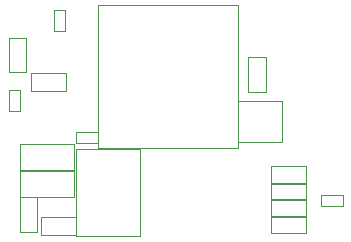
<source format=gbr>
%TF.GenerationSoftware,KiCad,Pcbnew,(5.1.7)-1*%
%TF.CreationDate,2021-02-02T18:20:17+09:00*%
%TF.ProjectId,canboard,63616e62-6f61-4726-942e-6b696361645f,rev?*%
%TF.SameCoordinates,Original*%
%TF.FileFunction,Other,User*%
%FSLAX46Y46*%
G04 Gerber Fmt 4.6, Leading zero omitted, Abs format (unit mm)*
G04 Created by KiCad (PCBNEW (5.1.7)-1) date 2021-02-02 18:20:17*
%MOMM*%
%LPD*%
G01*
G04 APERTURE LIST*
%ADD10C,0.050000*%
G04 APERTURE END LIST*
D10*
%TO.C,R16*%
X237031000Y-36747000D02*
X235571000Y-36747000D01*
X235571000Y-36747000D02*
X235571000Y-39707000D01*
X235571000Y-39707000D02*
X237031000Y-39707000D01*
X237031000Y-39707000D02*
X237031000Y-36747000D01*
%TO.C,U4*%
X234706000Y-32384800D02*
X234706000Y-44424800D01*
X234706000Y-44424800D02*
X222846000Y-44424800D01*
X222846000Y-44424800D02*
X222846000Y-32384800D01*
X222846000Y-32384800D02*
X234706000Y-32384800D01*
%TO.C,Y2*%
X238405000Y-43977000D02*
X238405000Y-40477000D01*
X234705000Y-40477000D02*
X234705000Y-43977000D01*
X234705000Y-43977000D02*
X238405000Y-43977000D01*
X238405000Y-40477000D02*
X234705000Y-40477000D01*
%TO.C,U5*%
X220947000Y-44495000D02*
X226347000Y-44495000D01*
X226347000Y-44495000D02*
X226347000Y-51895000D01*
X226347000Y-51895000D02*
X220947000Y-51895000D01*
X220947000Y-51895000D02*
X220947000Y-44495000D01*
%TO.C,R11*%
X220111000Y-39592000D02*
X220111000Y-38132000D01*
X220111000Y-38132000D02*
X217151000Y-38132000D01*
X217151000Y-38132000D02*
X217151000Y-39592000D01*
X217151000Y-39592000D02*
X220111000Y-39592000D01*
%TO.C,R10*%
X220781500Y-48618000D02*
X220781500Y-46378000D01*
X220781500Y-46378000D02*
X216221500Y-46378000D01*
X216221500Y-46378000D02*
X216221500Y-48618000D01*
X216221500Y-48618000D02*
X220781500Y-48618000D01*
%TO.C,R9*%
X217646000Y-48621000D02*
X216186000Y-48621000D01*
X216186000Y-48621000D02*
X216186000Y-51581000D01*
X216186000Y-51581000D02*
X217646000Y-51581000D01*
X217646000Y-51581000D02*
X217646000Y-48621000D01*
%TO.C,R8*%
X220781500Y-46332000D02*
X220781500Y-44092000D01*
X220781500Y-44092000D02*
X216221500Y-44092000D01*
X216221500Y-44092000D02*
X216221500Y-46332000D01*
X216221500Y-46332000D02*
X220781500Y-46332000D01*
%TO.C,R7*%
X237470000Y-46006000D02*
X237470000Y-47466000D01*
X237470000Y-47466000D02*
X240430000Y-47466000D01*
X240430000Y-47466000D02*
X240430000Y-46006000D01*
X240430000Y-46006000D02*
X237470000Y-46006000D01*
%TO.C,R6*%
X237470000Y-47403000D02*
X237470000Y-48863000D01*
X237470000Y-48863000D02*
X240430000Y-48863000D01*
X240430000Y-48863000D02*
X240430000Y-47403000D01*
X240430000Y-47403000D02*
X237470000Y-47403000D01*
%TO.C,R5*%
X240430000Y-48800000D02*
X237470000Y-48800000D01*
X240430000Y-50260000D02*
X240430000Y-48800000D01*
X237470000Y-50260000D02*
X240430000Y-50260000D01*
X237470000Y-48800000D02*
X237470000Y-50260000D01*
%TO.C,R4*%
X240430000Y-50197000D02*
X237470000Y-50197000D01*
X240430000Y-51657000D02*
X240430000Y-50197000D01*
X237470000Y-51657000D02*
X240430000Y-51657000D01*
X237470000Y-50197000D02*
X237470000Y-51657000D01*
%TO.C,R3*%
X215297000Y-38056000D02*
X216757000Y-38056000D01*
X216757000Y-38056000D02*
X216757000Y-35096000D01*
X216757000Y-35096000D02*
X215297000Y-35096000D01*
X215297000Y-35096000D02*
X215297000Y-38056000D01*
%TO.C,C8*%
X217976000Y-50324000D02*
X217976000Y-51784000D01*
X217976000Y-51784000D02*
X220936000Y-51784000D01*
X220936000Y-51784000D02*
X220936000Y-50324000D01*
X220936000Y-50324000D02*
X217976000Y-50324000D01*
%TO.C,C7*%
X222807000Y-44021000D02*
X222807000Y-43101000D01*
X222807000Y-43101000D02*
X220987000Y-43101000D01*
X220987000Y-43101000D02*
X220987000Y-44021000D01*
X220987000Y-44021000D02*
X222807000Y-44021000D01*
%TO.C,C6*%
X220043000Y-32760300D02*
X219123000Y-32760300D01*
X219123000Y-32760300D02*
X219123000Y-34580300D01*
X219123000Y-34580300D02*
X220043000Y-34580300D01*
X220043000Y-34580300D02*
X220043000Y-32760300D01*
%TO.C,C5*%
X216187000Y-39539500D02*
X215267000Y-39539500D01*
X215267000Y-39539500D02*
X215267000Y-41359500D01*
X215267000Y-41359500D02*
X216187000Y-41359500D01*
X216187000Y-41359500D02*
X216187000Y-39539500D01*
%TO.C,C3*%
X243533000Y-49355000D02*
X243533000Y-48435000D01*
X243533000Y-48435000D02*
X241713000Y-48435000D01*
X241713000Y-48435000D02*
X241713000Y-49355000D01*
X241713000Y-49355000D02*
X243533000Y-49355000D01*
%TD*%
M02*

</source>
